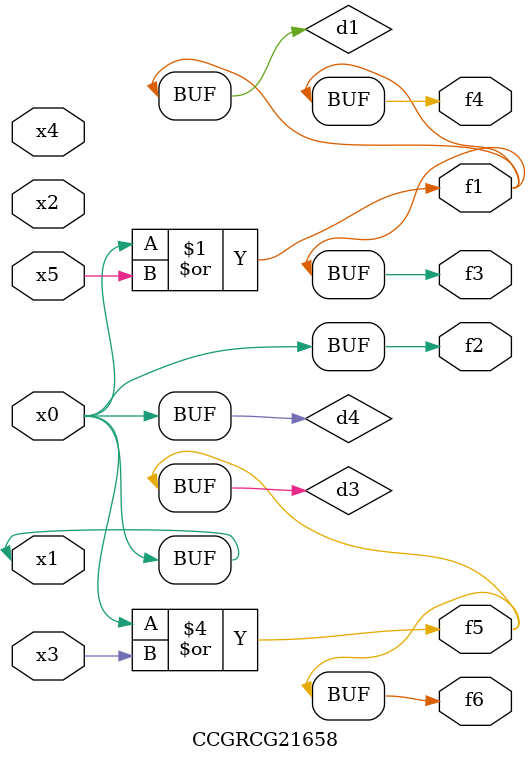
<source format=v>
module CCGRCG21658(
	input x0, x1, x2, x3, x4, x5,
	output f1, f2, f3, f4, f5, f6
);

	wire d1, d2, d3, d4;

	or (d1, x0, x5);
	xnor (d2, x1, x4);
	or (d3, x0, x3);
	buf (d4, x0, x1);
	assign f1 = d1;
	assign f2 = d4;
	assign f3 = d1;
	assign f4 = d1;
	assign f5 = d3;
	assign f6 = d3;
endmodule

</source>
